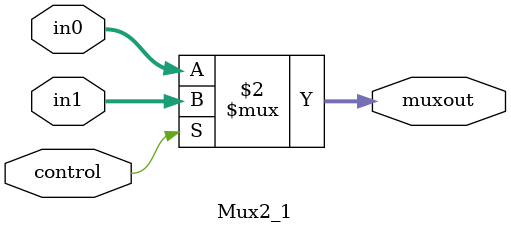
<source format=v>
`timescale 1ns / 1ps


module Mux2_1 (
    input [31:0] in0,
    input [31:0] in1,
    input control,
    output [31:0] muxout
    );
    
    assign  muxout = (control == 0) ? in0 : in1;
endmodule


</source>
